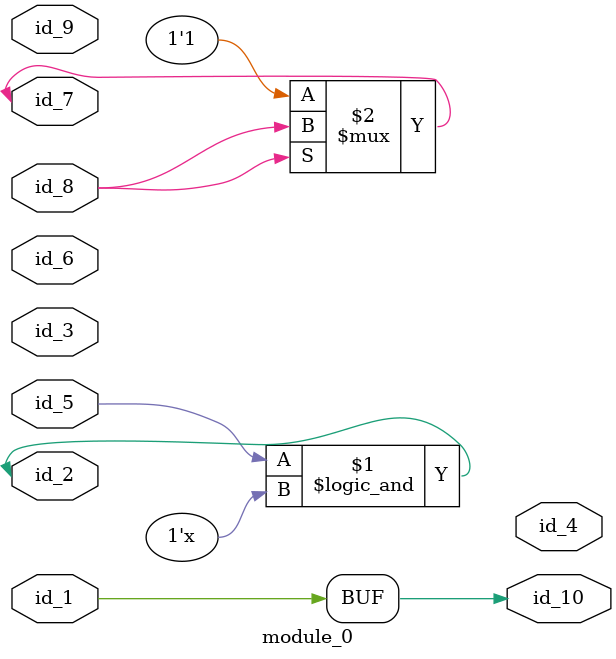
<source format=v>
module module_0 (
    id_1,
    id_2,
    id_3,
    id_4,
    id_5,
    id_6,
    id_7,
    id_8,
    id_9,
    id_10
);
  output id_10;
  inout id_9;
  input id_8;
  inout id_7;
  inout id_6;
  inout id_5;
  output id_4;
  inout id_3;
  inout id_2;
  input id_1;
  assign id_2 = id_5 && id_3[1];
  assign id_7 = id_8 ? id_8 : 1 != "";
  initial begin
    id_10 <= id_1;
  end
endmodule

</source>
